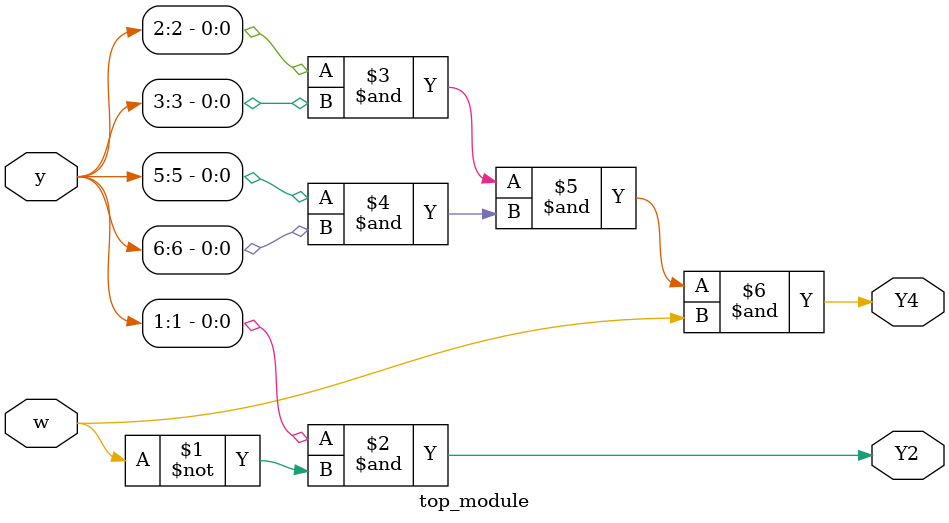
<source format=sv>
module top_module (
	input [6:1] y,
	input w,
	output Y2,
	output Y4
);
	
	assign Y2 = y[1] & ~w;
	
	assign Y4 = (y[2] & y[3]) & (y[5] & y[6]) & w;

endmodule

</source>
